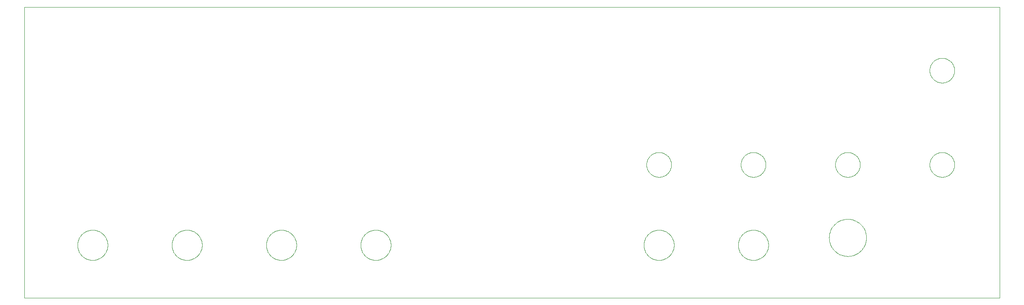
<source format=gbp>
G75*
%MOIN*%
%OFA0B0*%
%FSLAX24Y24*%
%IPPOS*%
%LPD*%
%AMOC8*
5,1,8,0,0,1.08239X$1,22.5*
%
%ADD10C,0.0000*%
D10*
X000100Y000100D02*
X077600Y000100D01*
X077600Y023220D01*
X000100Y023220D01*
X000100Y000100D01*
X004319Y004289D02*
X004321Y004358D01*
X004327Y004427D01*
X004337Y004496D01*
X004351Y004563D01*
X004369Y004630D01*
X004390Y004696D01*
X004415Y004761D01*
X004444Y004823D01*
X004477Y004884D01*
X004513Y004944D01*
X004552Y005001D01*
X004595Y005055D01*
X004641Y005107D01*
X004689Y005156D01*
X004741Y005203D01*
X004795Y005246D01*
X004851Y005286D01*
X004910Y005323D01*
X004970Y005357D01*
X005033Y005387D01*
X005097Y005413D01*
X005162Y005435D01*
X005229Y005454D01*
X005296Y005469D01*
X005365Y005480D01*
X005434Y005487D01*
X005503Y005490D01*
X005572Y005489D01*
X005641Y005484D01*
X005710Y005475D01*
X005778Y005462D01*
X005845Y005445D01*
X005911Y005425D01*
X005976Y005400D01*
X006039Y005372D01*
X006100Y005340D01*
X006160Y005305D01*
X006218Y005267D01*
X006273Y005225D01*
X006325Y005180D01*
X006375Y005132D01*
X006422Y005081D01*
X006467Y005028D01*
X006508Y004972D01*
X006545Y004914D01*
X006580Y004854D01*
X006610Y004792D01*
X006638Y004729D01*
X006661Y004663D01*
X006681Y004597D01*
X006697Y004530D01*
X006709Y004461D01*
X006717Y004393D01*
X006721Y004324D01*
X006721Y004254D01*
X006717Y004185D01*
X006709Y004117D01*
X006697Y004048D01*
X006681Y003981D01*
X006661Y003915D01*
X006638Y003849D01*
X006610Y003786D01*
X006580Y003724D01*
X006545Y003664D01*
X006508Y003606D01*
X006467Y003550D01*
X006422Y003497D01*
X006375Y003446D01*
X006325Y003398D01*
X006273Y003353D01*
X006218Y003311D01*
X006160Y003273D01*
X006100Y003238D01*
X006039Y003206D01*
X005976Y003178D01*
X005911Y003153D01*
X005845Y003133D01*
X005778Y003116D01*
X005710Y003103D01*
X005641Y003094D01*
X005572Y003089D01*
X005503Y003088D01*
X005434Y003091D01*
X005365Y003098D01*
X005296Y003109D01*
X005229Y003124D01*
X005162Y003143D01*
X005097Y003165D01*
X005033Y003191D01*
X004970Y003221D01*
X004910Y003255D01*
X004851Y003292D01*
X004795Y003332D01*
X004741Y003375D01*
X004689Y003422D01*
X004641Y003471D01*
X004595Y003523D01*
X004552Y003577D01*
X004513Y003634D01*
X004477Y003694D01*
X004444Y003755D01*
X004415Y003817D01*
X004390Y003882D01*
X004369Y003948D01*
X004351Y004015D01*
X004337Y004082D01*
X004327Y004151D01*
X004321Y004220D01*
X004319Y004289D01*
X011819Y004289D02*
X011821Y004358D01*
X011827Y004427D01*
X011837Y004496D01*
X011851Y004563D01*
X011869Y004630D01*
X011890Y004696D01*
X011915Y004761D01*
X011944Y004823D01*
X011977Y004884D01*
X012013Y004944D01*
X012052Y005001D01*
X012095Y005055D01*
X012141Y005107D01*
X012189Y005156D01*
X012241Y005203D01*
X012295Y005246D01*
X012351Y005286D01*
X012410Y005323D01*
X012470Y005357D01*
X012533Y005387D01*
X012597Y005413D01*
X012662Y005435D01*
X012729Y005454D01*
X012796Y005469D01*
X012865Y005480D01*
X012934Y005487D01*
X013003Y005490D01*
X013072Y005489D01*
X013141Y005484D01*
X013210Y005475D01*
X013278Y005462D01*
X013345Y005445D01*
X013411Y005425D01*
X013476Y005400D01*
X013539Y005372D01*
X013600Y005340D01*
X013660Y005305D01*
X013718Y005267D01*
X013773Y005225D01*
X013825Y005180D01*
X013875Y005132D01*
X013922Y005081D01*
X013967Y005028D01*
X014008Y004972D01*
X014045Y004914D01*
X014080Y004854D01*
X014110Y004792D01*
X014138Y004729D01*
X014161Y004663D01*
X014181Y004597D01*
X014197Y004530D01*
X014209Y004461D01*
X014217Y004393D01*
X014221Y004324D01*
X014221Y004254D01*
X014217Y004185D01*
X014209Y004117D01*
X014197Y004048D01*
X014181Y003981D01*
X014161Y003915D01*
X014138Y003849D01*
X014110Y003786D01*
X014080Y003724D01*
X014045Y003664D01*
X014008Y003606D01*
X013967Y003550D01*
X013922Y003497D01*
X013875Y003446D01*
X013825Y003398D01*
X013773Y003353D01*
X013718Y003311D01*
X013660Y003273D01*
X013600Y003238D01*
X013539Y003206D01*
X013476Y003178D01*
X013411Y003153D01*
X013345Y003133D01*
X013278Y003116D01*
X013210Y003103D01*
X013141Y003094D01*
X013072Y003089D01*
X013003Y003088D01*
X012934Y003091D01*
X012865Y003098D01*
X012796Y003109D01*
X012729Y003124D01*
X012662Y003143D01*
X012597Y003165D01*
X012533Y003191D01*
X012470Y003221D01*
X012410Y003255D01*
X012351Y003292D01*
X012295Y003332D01*
X012241Y003375D01*
X012189Y003422D01*
X012141Y003471D01*
X012095Y003523D01*
X012052Y003577D01*
X012013Y003634D01*
X011977Y003694D01*
X011944Y003755D01*
X011915Y003817D01*
X011890Y003882D01*
X011869Y003948D01*
X011851Y004015D01*
X011837Y004082D01*
X011827Y004151D01*
X011821Y004220D01*
X011819Y004289D01*
X019319Y004289D02*
X019321Y004358D01*
X019327Y004427D01*
X019337Y004496D01*
X019351Y004563D01*
X019369Y004630D01*
X019390Y004696D01*
X019415Y004761D01*
X019444Y004823D01*
X019477Y004884D01*
X019513Y004944D01*
X019552Y005001D01*
X019595Y005055D01*
X019641Y005107D01*
X019689Y005156D01*
X019741Y005203D01*
X019795Y005246D01*
X019851Y005286D01*
X019910Y005323D01*
X019970Y005357D01*
X020033Y005387D01*
X020097Y005413D01*
X020162Y005435D01*
X020229Y005454D01*
X020296Y005469D01*
X020365Y005480D01*
X020434Y005487D01*
X020503Y005490D01*
X020572Y005489D01*
X020641Y005484D01*
X020710Y005475D01*
X020778Y005462D01*
X020845Y005445D01*
X020911Y005425D01*
X020976Y005400D01*
X021039Y005372D01*
X021100Y005340D01*
X021160Y005305D01*
X021218Y005267D01*
X021273Y005225D01*
X021325Y005180D01*
X021375Y005132D01*
X021422Y005081D01*
X021467Y005028D01*
X021508Y004972D01*
X021545Y004914D01*
X021580Y004854D01*
X021610Y004792D01*
X021638Y004729D01*
X021661Y004663D01*
X021681Y004597D01*
X021697Y004530D01*
X021709Y004461D01*
X021717Y004393D01*
X021721Y004324D01*
X021721Y004254D01*
X021717Y004185D01*
X021709Y004117D01*
X021697Y004048D01*
X021681Y003981D01*
X021661Y003915D01*
X021638Y003849D01*
X021610Y003786D01*
X021580Y003724D01*
X021545Y003664D01*
X021508Y003606D01*
X021467Y003550D01*
X021422Y003497D01*
X021375Y003446D01*
X021325Y003398D01*
X021273Y003353D01*
X021218Y003311D01*
X021160Y003273D01*
X021100Y003238D01*
X021039Y003206D01*
X020976Y003178D01*
X020911Y003153D01*
X020845Y003133D01*
X020778Y003116D01*
X020710Y003103D01*
X020641Y003094D01*
X020572Y003089D01*
X020503Y003088D01*
X020434Y003091D01*
X020365Y003098D01*
X020296Y003109D01*
X020229Y003124D01*
X020162Y003143D01*
X020097Y003165D01*
X020033Y003191D01*
X019970Y003221D01*
X019910Y003255D01*
X019851Y003292D01*
X019795Y003332D01*
X019741Y003375D01*
X019689Y003422D01*
X019641Y003471D01*
X019595Y003523D01*
X019552Y003577D01*
X019513Y003634D01*
X019477Y003694D01*
X019444Y003755D01*
X019415Y003817D01*
X019390Y003882D01*
X019369Y003948D01*
X019351Y004015D01*
X019337Y004082D01*
X019327Y004151D01*
X019321Y004220D01*
X019319Y004289D01*
X026819Y004289D02*
X026821Y004358D01*
X026827Y004427D01*
X026837Y004496D01*
X026851Y004563D01*
X026869Y004630D01*
X026890Y004696D01*
X026915Y004761D01*
X026944Y004823D01*
X026977Y004884D01*
X027013Y004944D01*
X027052Y005001D01*
X027095Y005055D01*
X027141Y005107D01*
X027189Y005156D01*
X027241Y005203D01*
X027295Y005246D01*
X027351Y005286D01*
X027410Y005323D01*
X027470Y005357D01*
X027533Y005387D01*
X027597Y005413D01*
X027662Y005435D01*
X027729Y005454D01*
X027796Y005469D01*
X027865Y005480D01*
X027934Y005487D01*
X028003Y005490D01*
X028072Y005489D01*
X028141Y005484D01*
X028210Y005475D01*
X028278Y005462D01*
X028345Y005445D01*
X028411Y005425D01*
X028476Y005400D01*
X028539Y005372D01*
X028600Y005340D01*
X028660Y005305D01*
X028718Y005267D01*
X028773Y005225D01*
X028825Y005180D01*
X028875Y005132D01*
X028922Y005081D01*
X028967Y005028D01*
X029008Y004972D01*
X029045Y004914D01*
X029080Y004854D01*
X029110Y004792D01*
X029138Y004729D01*
X029161Y004663D01*
X029181Y004597D01*
X029197Y004530D01*
X029209Y004461D01*
X029217Y004393D01*
X029221Y004324D01*
X029221Y004254D01*
X029217Y004185D01*
X029209Y004117D01*
X029197Y004048D01*
X029181Y003981D01*
X029161Y003915D01*
X029138Y003849D01*
X029110Y003786D01*
X029080Y003724D01*
X029045Y003664D01*
X029008Y003606D01*
X028967Y003550D01*
X028922Y003497D01*
X028875Y003446D01*
X028825Y003398D01*
X028773Y003353D01*
X028718Y003311D01*
X028660Y003273D01*
X028600Y003238D01*
X028539Y003206D01*
X028476Y003178D01*
X028411Y003153D01*
X028345Y003133D01*
X028278Y003116D01*
X028210Y003103D01*
X028141Y003094D01*
X028072Y003089D01*
X028003Y003088D01*
X027934Y003091D01*
X027865Y003098D01*
X027796Y003109D01*
X027729Y003124D01*
X027662Y003143D01*
X027597Y003165D01*
X027533Y003191D01*
X027470Y003221D01*
X027410Y003255D01*
X027351Y003292D01*
X027295Y003332D01*
X027241Y003375D01*
X027189Y003422D01*
X027141Y003471D01*
X027095Y003523D01*
X027052Y003577D01*
X027013Y003634D01*
X026977Y003694D01*
X026944Y003755D01*
X026915Y003817D01*
X026890Y003882D01*
X026869Y003948D01*
X026851Y004015D01*
X026837Y004082D01*
X026827Y004151D01*
X026821Y004220D01*
X026819Y004289D01*
X049319Y004289D02*
X049321Y004358D01*
X049327Y004427D01*
X049337Y004496D01*
X049351Y004563D01*
X049369Y004630D01*
X049390Y004696D01*
X049415Y004761D01*
X049444Y004823D01*
X049477Y004884D01*
X049513Y004944D01*
X049552Y005001D01*
X049595Y005055D01*
X049641Y005107D01*
X049689Y005156D01*
X049741Y005203D01*
X049795Y005246D01*
X049851Y005286D01*
X049910Y005323D01*
X049970Y005357D01*
X050033Y005387D01*
X050097Y005413D01*
X050162Y005435D01*
X050229Y005454D01*
X050296Y005469D01*
X050365Y005480D01*
X050434Y005487D01*
X050503Y005490D01*
X050572Y005489D01*
X050641Y005484D01*
X050710Y005475D01*
X050778Y005462D01*
X050845Y005445D01*
X050911Y005425D01*
X050976Y005400D01*
X051039Y005372D01*
X051100Y005340D01*
X051160Y005305D01*
X051218Y005267D01*
X051273Y005225D01*
X051325Y005180D01*
X051375Y005132D01*
X051422Y005081D01*
X051467Y005028D01*
X051508Y004972D01*
X051545Y004914D01*
X051580Y004854D01*
X051610Y004792D01*
X051638Y004729D01*
X051661Y004663D01*
X051681Y004597D01*
X051697Y004530D01*
X051709Y004461D01*
X051717Y004393D01*
X051721Y004324D01*
X051721Y004254D01*
X051717Y004185D01*
X051709Y004117D01*
X051697Y004048D01*
X051681Y003981D01*
X051661Y003915D01*
X051638Y003849D01*
X051610Y003786D01*
X051580Y003724D01*
X051545Y003664D01*
X051508Y003606D01*
X051467Y003550D01*
X051422Y003497D01*
X051375Y003446D01*
X051325Y003398D01*
X051273Y003353D01*
X051218Y003311D01*
X051160Y003273D01*
X051100Y003238D01*
X051039Y003206D01*
X050976Y003178D01*
X050911Y003153D01*
X050845Y003133D01*
X050778Y003116D01*
X050710Y003103D01*
X050641Y003094D01*
X050572Y003089D01*
X050503Y003088D01*
X050434Y003091D01*
X050365Y003098D01*
X050296Y003109D01*
X050229Y003124D01*
X050162Y003143D01*
X050097Y003165D01*
X050033Y003191D01*
X049970Y003221D01*
X049910Y003255D01*
X049851Y003292D01*
X049795Y003332D01*
X049741Y003375D01*
X049689Y003422D01*
X049641Y003471D01*
X049595Y003523D01*
X049552Y003577D01*
X049513Y003634D01*
X049477Y003694D01*
X049444Y003755D01*
X049415Y003817D01*
X049390Y003882D01*
X049369Y003948D01*
X049351Y004015D01*
X049337Y004082D01*
X049327Y004151D01*
X049321Y004220D01*
X049319Y004289D01*
X056819Y004289D02*
X056821Y004358D01*
X056827Y004427D01*
X056837Y004496D01*
X056851Y004563D01*
X056869Y004630D01*
X056890Y004696D01*
X056915Y004761D01*
X056944Y004823D01*
X056977Y004884D01*
X057013Y004944D01*
X057052Y005001D01*
X057095Y005055D01*
X057141Y005107D01*
X057189Y005156D01*
X057241Y005203D01*
X057295Y005246D01*
X057351Y005286D01*
X057410Y005323D01*
X057470Y005357D01*
X057533Y005387D01*
X057597Y005413D01*
X057662Y005435D01*
X057729Y005454D01*
X057796Y005469D01*
X057865Y005480D01*
X057934Y005487D01*
X058003Y005490D01*
X058072Y005489D01*
X058141Y005484D01*
X058210Y005475D01*
X058278Y005462D01*
X058345Y005445D01*
X058411Y005425D01*
X058476Y005400D01*
X058539Y005372D01*
X058600Y005340D01*
X058660Y005305D01*
X058718Y005267D01*
X058773Y005225D01*
X058825Y005180D01*
X058875Y005132D01*
X058922Y005081D01*
X058967Y005028D01*
X059008Y004972D01*
X059045Y004914D01*
X059080Y004854D01*
X059110Y004792D01*
X059138Y004729D01*
X059161Y004663D01*
X059181Y004597D01*
X059197Y004530D01*
X059209Y004461D01*
X059217Y004393D01*
X059221Y004324D01*
X059221Y004254D01*
X059217Y004185D01*
X059209Y004117D01*
X059197Y004048D01*
X059181Y003981D01*
X059161Y003915D01*
X059138Y003849D01*
X059110Y003786D01*
X059080Y003724D01*
X059045Y003664D01*
X059008Y003606D01*
X058967Y003550D01*
X058922Y003497D01*
X058875Y003446D01*
X058825Y003398D01*
X058773Y003353D01*
X058718Y003311D01*
X058660Y003273D01*
X058600Y003238D01*
X058539Y003206D01*
X058476Y003178D01*
X058411Y003153D01*
X058345Y003133D01*
X058278Y003116D01*
X058210Y003103D01*
X058141Y003094D01*
X058072Y003089D01*
X058003Y003088D01*
X057934Y003091D01*
X057865Y003098D01*
X057796Y003109D01*
X057729Y003124D01*
X057662Y003143D01*
X057597Y003165D01*
X057533Y003191D01*
X057470Y003221D01*
X057410Y003255D01*
X057351Y003292D01*
X057295Y003332D01*
X057241Y003375D01*
X057189Y003422D01*
X057141Y003471D01*
X057095Y003523D01*
X057052Y003577D01*
X057013Y003634D01*
X056977Y003694D01*
X056944Y003755D01*
X056915Y003817D01*
X056890Y003882D01*
X056869Y003948D01*
X056851Y004015D01*
X056837Y004082D01*
X056827Y004151D01*
X056821Y004220D01*
X056819Y004289D01*
X064044Y004880D02*
X064046Y004957D01*
X064052Y005033D01*
X064062Y005109D01*
X064076Y005184D01*
X064093Y005259D01*
X064115Y005332D01*
X064140Y005405D01*
X064170Y005476D01*
X064202Y005545D01*
X064239Y005612D01*
X064278Y005678D01*
X064321Y005741D01*
X064368Y005802D01*
X064417Y005861D01*
X064470Y005917D01*
X064525Y005970D01*
X064583Y006020D01*
X064643Y006067D01*
X064706Y006111D01*
X064771Y006152D01*
X064838Y006189D01*
X064907Y006223D01*
X064977Y006253D01*
X065049Y006279D01*
X065123Y006301D01*
X065197Y006320D01*
X065272Y006335D01*
X065348Y006346D01*
X065424Y006353D01*
X065501Y006356D01*
X065577Y006355D01*
X065654Y006350D01*
X065730Y006341D01*
X065806Y006328D01*
X065880Y006311D01*
X065954Y006291D01*
X066027Y006266D01*
X066098Y006238D01*
X066168Y006206D01*
X066236Y006171D01*
X066302Y006132D01*
X066366Y006090D01*
X066427Y006044D01*
X066487Y005995D01*
X066543Y005944D01*
X066597Y005889D01*
X066648Y005832D01*
X066696Y005772D01*
X066741Y005710D01*
X066782Y005645D01*
X066820Y005579D01*
X066855Y005511D01*
X066885Y005440D01*
X066913Y005369D01*
X066936Y005296D01*
X066956Y005222D01*
X066972Y005147D01*
X066984Y005071D01*
X066992Y004995D01*
X066996Y004918D01*
X066996Y004842D01*
X066992Y004765D01*
X066984Y004689D01*
X066972Y004613D01*
X066956Y004538D01*
X066936Y004464D01*
X066913Y004391D01*
X066885Y004320D01*
X066855Y004249D01*
X066820Y004181D01*
X066782Y004115D01*
X066741Y004050D01*
X066696Y003988D01*
X066648Y003928D01*
X066597Y003871D01*
X066543Y003816D01*
X066487Y003765D01*
X066427Y003716D01*
X066366Y003670D01*
X066302Y003628D01*
X066236Y003589D01*
X066168Y003554D01*
X066098Y003522D01*
X066027Y003494D01*
X065954Y003469D01*
X065880Y003449D01*
X065806Y003432D01*
X065730Y003419D01*
X065654Y003410D01*
X065577Y003405D01*
X065501Y003404D01*
X065424Y003407D01*
X065348Y003414D01*
X065272Y003425D01*
X065197Y003440D01*
X065123Y003459D01*
X065049Y003481D01*
X064977Y003507D01*
X064907Y003537D01*
X064838Y003571D01*
X064771Y003608D01*
X064706Y003649D01*
X064643Y003693D01*
X064583Y003740D01*
X064525Y003790D01*
X064470Y003843D01*
X064417Y003899D01*
X064368Y003958D01*
X064321Y004019D01*
X064278Y004082D01*
X064239Y004148D01*
X064202Y004215D01*
X064170Y004284D01*
X064140Y004355D01*
X064115Y004428D01*
X064093Y004501D01*
X064076Y004576D01*
X064062Y004651D01*
X064052Y004727D01*
X064046Y004803D01*
X064044Y004880D01*
X064536Y010685D02*
X064538Y010747D01*
X064544Y010810D01*
X064554Y010871D01*
X064568Y010932D01*
X064585Y010992D01*
X064606Y011051D01*
X064632Y011108D01*
X064660Y011163D01*
X064692Y011217D01*
X064728Y011268D01*
X064766Y011318D01*
X064808Y011364D01*
X064852Y011408D01*
X064900Y011449D01*
X064949Y011487D01*
X065001Y011521D01*
X065055Y011552D01*
X065111Y011580D01*
X065169Y011604D01*
X065228Y011625D01*
X065288Y011641D01*
X065349Y011654D01*
X065411Y011663D01*
X065473Y011668D01*
X065536Y011669D01*
X065598Y011666D01*
X065660Y011659D01*
X065722Y011648D01*
X065782Y011633D01*
X065842Y011615D01*
X065900Y011593D01*
X065957Y011567D01*
X066012Y011537D01*
X066065Y011504D01*
X066116Y011468D01*
X066164Y011429D01*
X066210Y011386D01*
X066253Y011341D01*
X066293Y011293D01*
X066330Y011243D01*
X066364Y011190D01*
X066395Y011136D01*
X066421Y011080D01*
X066445Y011022D01*
X066464Y010962D01*
X066480Y010902D01*
X066492Y010840D01*
X066500Y010779D01*
X066504Y010716D01*
X066504Y010654D01*
X066500Y010591D01*
X066492Y010530D01*
X066480Y010468D01*
X066464Y010408D01*
X066445Y010348D01*
X066421Y010290D01*
X066395Y010234D01*
X066364Y010180D01*
X066330Y010127D01*
X066293Y010077D01*
X066253Y010029D01*
X066210Y009984D01*
X066164Y009941D01*
X066116Y009902D01*
X066065Y009866D01*
X066012Y009833D01*
X065957Y009803D01*
X065900Y009777D01*
X065842Y009755D01*
X065782Y009737D01*
X065722Y009722D01*
X065660Y009711D01*
X065598Y009704D01*
X065536Y009701D01*
X065473Y009702D01*
X065411Y009707D01*
X065349Y009716D01*
X065288Y009729D01*
X065228Y009745D01*
X065169Y009766D01*
X065111Y009790D01*
X065055Y009818D01*
X065001Y009849D01*
X064949Y009883D01*
X064900Y009921D01*
X064852Y009962D01*
X064808Y010006D01*
X064766Y010052D01*
X064728Y010102D01*
X064692Y010153D01*
X064660Y010207D01*
X064632Y010262D01*
X064606Y010319D01*
X064585Y010378D01*
X064568Y010438D01*
X064554Y010499D01*
X064544Y010560D01*
X064538Y010623D01*
X064536Y010685D01*
X057036Y010685D02*
X057038Y010747D01*
X057044Y010810D01*
X057054Y010871D01*
X057068Y010932D01*
X057085Y010992D01*
X057106Y011051D01*
X057132Y011108D01*
X057160Y011163D01*
X057192Y011217D01*
X057228Y011268D01*
X057266Y011318D01*
X057308Y011364D01*
X057352Y011408D01*
X057400Y011449D01*
X057449Y011487D01*
X057501Y011521D01*
X057555Y011552D01*
X057611Y011580D01*
X057669Y011604D01*
X057728Y011625D01*
X057788Y011641D01*
X057849Y011654D01*
X057911Y011663D01*
X057973Y011668D01*
X058036Y011669D01*
X058098Y011666D01*
X058160Y011659D01*
X058222Y011648D01*
X058282Y011633D01*
X058342Y011615D01*
X058400Y011593D01*
X058457Y011567D01*
X058512Y011537D01*
X058565Y011504D01*
X058616Y011468D01*
X058664Y011429D01*
X058710Y011386D01*
X058753Y011341D01*
X058793Y011293D01*
X058830Y011243D01*
X058864Y011190D01*
X058895Y011136D01*
X058921Y011080D01*
X058945Y011022D01*
X058964Y010962D01*
X058980Y010902D01*
X058992Y010840D01*
X059000Y010779D01*
X059004Y010716D01*
X059004Y010654D01*
X059000Y010591D01*
X058992Y010530D01*
X058980Y010468D01*
X058964Y010408D01*
X058945Y010348D01*
X058921Y010290D01*
X058895Y010234D01*
X058864Y010180D01*
X058830Y010127D01*
X058793Y010077D01*
X058753Y010029D01*
X058710Y009984D01*
X058664Y009941D01*
X058616Y009902D01*
X058565Y009866D01*
X058512Y009833D01*
X058457Y009803D01*
X058400Y009777D01*
X058342Y009755D01*
X058282Y009737D01*
X058222Y009722D01*
X058160Y009711D01*
X058098Y009704D01*
X058036Y009701D01*
X057973Y009702D01*
X057911Y009707D01*
X057849Y009716D01*
X057788Y009729D01*
X057728Y009745D01*
X057669Y009766D01*
X057611Y009790D01*
X057555Y009818D01*
X057501Y009849D01*
X057449Y009883D01*
X057400Y009921D01*
X057352Y009962D01*
X057308Y010006D01*
X057266Y010052D01*
X057228Y010102D01*
X057192Y010153D01*
X057160Y010207D01*
X057132Y010262D01*
X057106Y010319D01*
X057085Y010378D01*
X057068Y010438D01*
X057054Y010499D01*
X057044Y010560D01*
X057038Y010623D01*
X057036Y010685D01*
X049536Y010685D02*
X049538Y010747D01*
X049544Y010810D01*
X049554Y010871D01*
X049568Y010932D01*
X049585Y010992D01*
X049606Y011051D01*
X049632Y011108D01*
X049660Y011163D01*
X049692Y011217D01*
X049728Y011268D01*
X049766Y011318D01*
X049808Y011364D01*
X049852Y011408D01*
X049900Y011449D01*
X049949Y011487D01*
X050001Y011521D01*
X050055Y011552D01*
X050111Y011580D01*
X050169Y011604D01*
X050228Y011625D01*
X050288Y011641D01*
X050349Y011654D01*
X050411Y011663D01*
X050473Y011668D01*
X050536Y011669D01*
X050598Y011666D01*
X050660Y011659D01*
X050722Y011648D01*
X050782Y011633D01*
X050842Y011615D01*
X050900Y011593D01*
X050957Y011567D01*
X051012Y011537D01*
X051065Y011504D01*
X051116Y011468D01*
X051164Y011429D01*
X051210Y011386D01*
X051253Y011341D01*
X051293Y011293D01*
X051330Y011243D01*
X051364Y011190D01*
X051395Y011136D01*
X051421Y011080D01*
X051445Y011022D01*
X051464Y010962D01*
X051480Y010902D01*
X051492Y010840D01*
X051500Y010779D01*
X051504Y010716D01*
X051504Y010654D01*
X051500Y010591D01*
X051492Y010530D01*
X051480Y010468D01*
X051464Y010408D01*
X051445Y010348D01*
X051421Y010290D01*
X051395Y010234D01*
X051364Y010180D01*
X051330Y010127D01*
X051293Y010077D01*
X051253Y010029D01*
X051210Y009984D01*
X051164Y009941D01*
X051116Y009902D01*
X051065Y009866D01*
X051012Y009833D01*
X050957Y009803D01*
X050900Y009777D01*
X050842Y009755D01*
X050782Y009737D01*
X050722Y009722D01*
X050660Y009711D01*
X050598Y009704D01*
X050536Y009701D01*
X050473Y009702D01*
X050411Y009707D01*
X050349Y009716D01*
X050288Y009729D01*
X050228Y009745D01*
X050169Y009766D01*
X050111Y009790D01*
X050055Y009818D01*
X050001Y009849D01*
X049949Y009883D01*
X049900Y009921D01*
X049852Y009962D01*
X049808Y010006D01*
X049766Y010052D01*
X049728Y010102D01*
X049692Y010153D01*
X049660Y010207D01*
X049632Y010262D01*
X049606Y010319D01*
X049585Y010378D01*
X049568Y010438D01*
X049554Y010499D01*
X049544Y010560D01*
X049538Y010623D01*
X049536Y010685D01*
X072036Y010685D02*
X072038Y010747D01*
X072044Y010810D01*
X072054Y010871D01*
X072068Y010932D01*
X072085Y010992D01*
X072106Y011051D01*
X072132Y011108D01*
X072160Y011163D01*
X072192Y011217D01*
X072228Y011268D01*
X072266Y011318D01*
X072308Y011364D01*
X072352Y011408D01*
X072400Y011449D01*
X072449Y011487D01*
X072501Y011521D01*
X072555Y011552D01*
X072611Y011580D01*
X072669Y011604D01*
X072728Y011625D01*
X072788Y011641D01*
X072849Y011654D01*
X072911Y011663D01*
X072973Y011668D01*
X073036Y011669D01*
X073098Y011666D01*
X073160Y011659D01*
X073222Y011648D01*
X073282Y011633D01*
X073342Y011615D01*
X073400Y011593D01*
X073457Y011567D01*
X073512Y011537D01*
X073565Y011504D01*
X073616Y011468D01*
X073664Y011429D01*
X073710Y011386D01*
X073753Y011341D01*
X073793Y011293D01*
X073830Y011243D01*
X073864Y011190D01*
X073895Y011136D01*
X073921Y011080D01*
X073945Y011022D01*
X073964Y010962D01*
X073980Y010902D01*
X073992Y010840D01*
X074000Y010779D01*
X074004Y010716D01*
X074004Y010654D01*
X074000Y010591D01*
X073992Y010530D01*
X073980Y010468D01*
X073964Y010408D01*
X073945Y010348D01*
X073921Y010290D01*
X073895Y010234D01*
X073864Y010180D01*
X073830Y010127D01*
X073793Y010077D01*
X073753Y010029D01*
X073710Y009984D01*
X073664Y009941D01*
X073616Y009902D01*
X073565Y009866D01*
X073512Y009833D01*
X073457Y009803D01*
X073400Y009777D01*
X073342Y009755D01*
X073282Y009737D01*
X073222Y009722D01*
X073160Y009711D01*
X073098Y009704D01*
X073036Y009701D01*
X072973Y009702D01*
X072911Y009707D01*
X072849Y009716D01*
X072788Y009729D01*
X072728Y009745D01*
X072669Y009766D01*
X072611Y009790D01*
X072555Y009818D01*
X072501Y009849D01*
X072449Y009883D01*
X072400Y009921D01*
X072352Y009962D01*
X072308Y010006D01*
X072266Y010052D01*
X072228Y010102D01*
X072192Y010153D01*
X072160Y010207D01*
X072132Y010262D01*
X072106Y010319D01*
X072085Y010378D01*
X072068Y010438D01*
X072054Y010499D01*
X072044Y010560D01*
X072038Y010623D01*
X072036Y010685D01*
X072036Y018185D02*
X072038Y018247D01*
X072044Y018310D01*
X072054Y018371D01*
X072068Y018432D01*
X072085Y018492D01*
X072106Y018551D01*
X072132Y018608D01*
X072160Y018663D01*
X072192Y018717D01*
X072228Y018768D01*
X072266Y018818D01*
X072308Y018864D01*
X072352Y018908D01*
X072400Y018949D01*
X072449Y018987D01*
X072501Y019021D01*
X072555Y019052D01*
X072611Y019080D01*
X072669Y019104D01*
X072728Y019125D01*
X072788Y019141D01*
X072849Y019154D01*
X072911Y019163D01*
X072973Y019168D01*
X073036Y019169D01*
X073098Y019166D01*
X073160Y019159D01*
X073222Y019148D01*
X073282Y019133D01*
X073342Y019115D01*
X073400Y019093D01*
X073457Y019067D01*
X073512Y019037D01*
X073565Y019004D01*
X073616Y018968D01*
X073664Y018929D01*
X073710Y018886D01*
X073753Y018841D01*
X073793Y018793D01*
X073830Y018743D01*
X073864Y018690D01*
X073895Y018636D01*
X073921Y018580D01*
X073945Y018522D01*
X073964Y018462D01*
X073980Y018402D01*
X073992Y018340D01*
X074000Y018279D01*
X074004Y018216D01*
X074004Y018154D01*
X074000Y018091D01*
X073992Y018030D01*
X073980Y017968D01*
X073964Y017908D01*
X073945Y017848D01*
X073921Y017790D01*
X073895Y017734D01*
X073864Y017680D01*
X073830Y017627D01*
X073793Y017577D01*
X073753Y017529D01*
X073710Y017484D01*
X073664Y017441D01*
X073616Y017402D01*
X073565Y017366D01*
X073512Y017333D01*
X073457Y017303D01*
X073400Y017277D01*
X073342Y017255D01*
X073282Y017237D01*
X073222Y017222D01*
X073160Y017211D01*
X073098Y017204D01*
X073036Y017201D01*
X072973Y017202D01*
X072911Y017207D01*
X072849Y017216D01*
X072788Y017229D01*
X072728Y017245D01*
X072669Y017266D01*
X072611Y017290D01*
X072555Y017318D01*
X072501Y017349D01*
X072449Y017383D01*
X072400Y017421D01*
X072352Y017462D01*
X072308Y017506D01*
X072266Y017552D01*
X072228Y017602D01*
X072192Y017653D01*
X072160Y017707D01*
X072132Y017762D01*
X072106Y017819D01*
X072085Y017878D01*
X072068Y017938D01*
X072054Y017999D01*
X072044Y018060D01*
X072038Y018123D01*
X072036Y018185D01*
M02*

</source>
